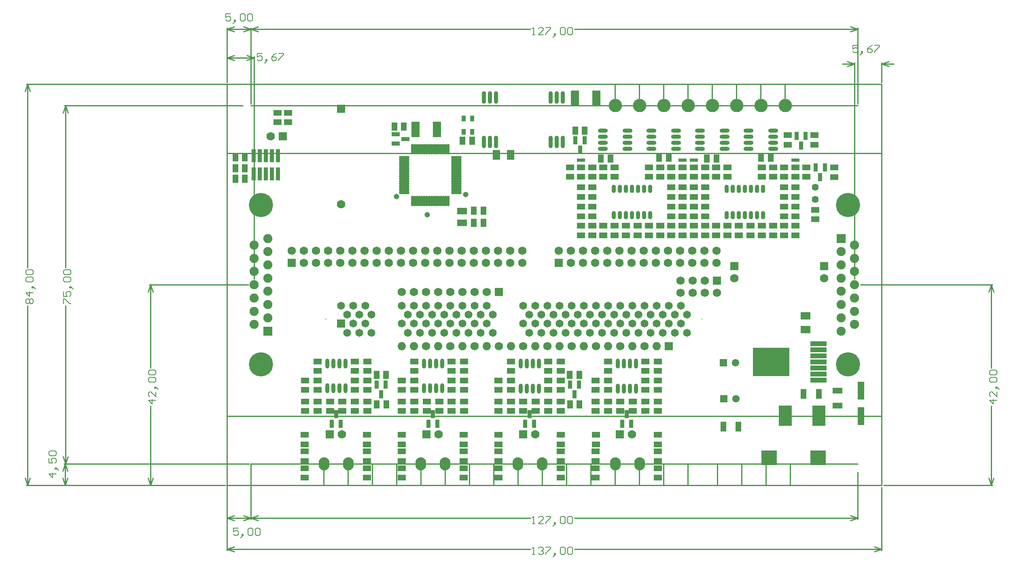
<source format=gts>
%FSLAX44Y44*%
%MOMM*%
G71*
G01*
G75*
G04 Layer_Color=8388736*
%ADD10R,1.4000X1.0000*%
%ADD11R,1.0000X1.4000*%
%ADD12R,0.6350X2.5400*%
%ADD13O,1.9500X0.3000*%
%ADD14O,0.3000X1.9500*%
%ADD15O,0.6000X1.8000*%
%ADD16O,0.6000X1.5000*%
%ADD17R,0.6000X1.3970*%
%ADD18R,1.3970X0.6000*%
%ADD19R,1.9000X1.1000*%
%ADD20O,0.6000X2.4000*%
%ADD21R,1.3000X1.8000*%
%ADD22R,1.5000X3.0000*%
%ADD23R,1.0500X1.8000*%
%ADD24R,1.8000X1.3000*%
%ADD25R,2.5000X4.0000*%
%ADD26R,1.2000X3.5000*%
%ADD27R,1.8000X1.0500*%
%ADD28R,3.0000X2.8000*%
%ADD29O,1.8000X0.6000*%
%ADD30R,7.4000X5.7500*%
%ADD31R,3.2000X0.8000*%
%ADD32R,0.6500X1.0500*%
%ADD33C,0.8890*%
%ADD34R,1.4000X0.5080*%
%ADD35C,0.2540*%
%ADD36C,0.7620*%
%ADD37C,0.5080*%
%ADD38C,0.1524*%
%ADD39C,1.5000*%
%ADD40R,1.5000X1.5000*%
%ADD41C,1.4000*%
%ADD42R,1.4000X1.4000*%
%ADD43R,1.5240X1.5240*%
%ADD44C,1.5240*%
%ADD45R,1.5240X1.5240*%
%ADD46O,2.0000X2.5000*%
%ADD47C,1.2000*%
%ADD48R,1.3000X1.3000*%
%ADD49C,1.3000*%
%ADD50C,4.8000*%
%ADD51C,1.6510*%
%ADD52R,1.6510X1.6510*%
%ADD53C,2.5400*%
%ADD54O,1.5100X1.5000*%
%ADD55C,0.8128*%
%ADD56C,1.3970*%
%ADD57R,3.5000X1.2000*%
%ADD58C,0.2500*%
%ADD59C,0.5000*%
%ADD60C,0.6000*%
%ADD61C,0.2000*%
%ADD62C,0.1500*%
%ADD63R,0.5500X1.6000*%
%ADD64R,1.6000X0.5500*%
%ADD65R,1.6540X1.2540*%
%ADD66R,1.2540X1.6540*%
%ADD67R,0.8890X2.7940*%
%ADD68O,2.2040X0.5540*%
%ADD69O,0.5540X2.2040*%
%ADD70O,0.8540X2.0540*%
%ADD71O,0.8540X1.7540*%
%ADD72R,0.8540X1.6510*%
%ADD73R,1.6510X0.8540*%
%ADD74R,2.1540X1.3540*%
%ADD75O,0.8540X2.6540*%
%ADD76R,1.5540X2.0540*%
%ADD77R,1.7540X3.2540*%
%ADD78R,1.3040X2.0540*%
%ADD79R,2.0540X1.5540*%
%ADD80R,2.7540X4.2540*%
%ADD81R,1.4540X3.7540*%
%ADD82R,2.0540X1.3040*%
%ADD83R,3.2540X3.0540*%
%ADD84O,2.0540X0.8540*%
%ADD85R,7.6540X6.0040*%
%ADD86R,3.4540X1.0540*%
%ADD87R,0.9040X1.3040*%
%ADD88C,1.1430*%
%ADD89R,1.6540X0.7620*%
%ADD90C,1.7540*%
%ADD91R,1.7540X1.7540*%
%ADD92C,0.2540*%
%ADD93C,1.6540*%
%ADD94R,1.6540X1.6540*%
%ADD95R,1.7780X1.7780*%
%ADD96C,1.7780*%
%ADD97R,1.7780X1.7780*%
%ADD98O,2.2540X2.7540*%
%ADD99C,1.4540*%
%ADD100R,1.5540X1.5540*%
%ADD101C,1.5540*%
%ADD102C,5.0540*%
%ADD103C,1.9050*%
%ADD104R,1.9050X1.9050*%
%ADD105C,2.7940*%
%ADD106O,1.7640X1.7540*%
D35*
X1313279Y432065D02*
Y885190D01*
X1370000Y843810D02*
Y885190D01*
Y882650D02*
X1395400D01*
X1287879D02*
X1313279D01*
X1370000D02*
X1385240Y877570D01*
X1370000Y882650D02*
X1385240Y887730D01*
X1298039D02*
X1313279Y882650D01*
X1298039Y877570D02*
X1313279Y882650D01*
X56670Y432065D02*
Y897890D01*
X0Y843810D02*
Y897890D01*
X28335Y895350D02*
X56670D01*
X0D02*
X28335D01*
X41430Y900430D02*
X56670Y895350D01*
X41430Y890270D02*
X56670Y895350D01*
X0D02*
X15240Y890270D01*
X0Y895350D02*
X15240Y900430D01*
X-163195Y0D02*
X-3810D01*
X-163195Y420000D02*
X44605D01*
X-160655Y0D02*
Y166324D01*
Y245548D02*
Y420000D01*
Y0D02*
X-155575Y15240D01*
X-165735D02*
X-160655Y0D01*
X-165735Y404760D02*
X-160655Y420000D01*
X-155575Y404760D01*
X1325344Y420000D02*
X1601470D01*
X1373810Y0D02*
X1601470D01*
X1598930Y245548D02*
Y420000D01*
Y0D02*
Y166324D01*
X1593850Y404760D02*
X1598930Y420000D01*
X1604010Y404760D01*
X1598930Y0D02*
X1604010Y15240D01*
X1593850D02*
X1598930Y0D01*
X50000Y798810D02*
Y957580D01*
X0Y843810D02*
Y957580D01*
X25000Y955040D02*
X50000D01*
X0D02*
X25000D01*
X34760Y960120D02*
X50000Y955040D01*
X34760Y949960D02*
X50000Y955040D01*
X0D02*
X15240Y949960D01*
X0Y955040D02*
X15240Y960120D01*
X1320000Y798810D02*
Y957580D01*
X50000Y798810D02*
Y957580D01*
X726896Y955040D02*
X1320000D01*
X50000D02*
X634975D01*
X1304760Y960120D02*
X1320000Y955040D01*
X1304760Y949960D02*
X1320000Y955040D01*
X50000D02*
X65240Y949960D01*
X50000Y955040D02*
X65240Y960120D01*
X1370000Y-135890D02*
Y-3810D01*
X0Y-135890D02*
Y0D01*
X726896Y-133350D02*
X1370000D01*
X0D02*
X634976D01*
X1354760Y-128270D02*
X1370000Y-133350D01*
X1354760Y-138430D02*
X1370000Y-133350D01*
X0D02*
X15240Y-138430D01*
X0Y-133350D02*
X15240Y-128270D01*
X-341630Y45000D02*
X46190D01*
X-341630Y0D02*
X-3810D01*
X-339090Y22500D02*
Y45000D01*
Y0D02*
Y22500D01*
X-344170Y29760D02*
X-339090Y45000D01*
X-334010Y29760D01*
X-339090Y0D02*
X-334010Y15240D01*
X-344170D02*
X-339090Y0D01*
X50000Y-71120D02*
Y45000D01*
X0Y-71120D02*
Y0D01*
X25000Y-68580D02*
X50000D01*
X0D02*
X25000D01*
X34760Y-63500D02*
X50000Y-68580D01*
X34760Y-73660D02*
X50000Y-68580D01*
X0D02*
X15240Y-73660D01*
X0Y-68580D02*
X15240Y-63500D01*
X-420370Y0D02*
X-3810D01*
X-420370Y840000D02*
X0D01*
X-417830Y0D02*
Y376324D01*
Y455549D02*
Y840000D01*
Y0D02*
X-412750Y15240D01*
X-422910D02*
X-417830Y0D01*
X-422910Y824760D02*
X-417830Y840000D01*
X-412750Y824760D01*
X-340995Y45000D02*
X32460D01*
X-340995Y795000D02*
X32460D01*
X-338455Y45000D02*
Y376324D01*
Y455549D02*
Y795000D01*
Y45000D02*
X-333375Y60240D01*
X-343535D02*
X-338455Y45000D01*
X-343535Y779760D02*
X-338455Y795000D01*
X-333375Y779760D01*
X1320000Y-71120D02*
Y27460D01*
X50000Y-71120D02*
Y27460D01*
X726896Y-68580D02*
X1320000D01*
X50000D02*
X634976D01*
X1304760Y-63500D02*
X1320000Y-68580D01*
X1304760Y-73660D02*
X1320000Y-68580D01*
X50000D02*
X65240Y-73660D01*
X50000Y-68580D02*
X65240Y-63500D01*
X0Y0D02*
Y840000D01*
X1370000D01*
X1127595Y0D02*
Y45000D01*
X1178395Y0D02*
Y45000D01*
X1025995Y0D02*
Y45000D01*
X1076795Y0D02*
Y45000D01*
X0Y145000D02*
X1370000D01*
X964400Y0D02*
Y45000D01*
X913600Y0D02*
Y45000D01*
X761200Y0D02*
Y45000D01*
X812000Y0D02*
Y45000D01*
X862800Y0D02*
Y45000D01*
X710400Y0D02*
Y45000D01*
X659600Y0D02*
Y45000D01*
X354800Y0D02*
Y45000D01*
X304000Y0D02*
Y45000D01*
X202400Y0D02*
Y45000D01*
X253200Y0D02*
Y45000D01*
X507200Y0D02*
Y45000D01*
X405600Y0D02*
Y45000D01*
X608800Y0D02*
Y45000D01*
X558000Y0D02*
Y45000D01*
X50000D02*
X1320000D01*
X0Y0D02*
X1370000D01*
Y840000D01*
X50000Y795000D02*
X1320000D01*
X913600D02*
Y840000D01*
X964400Y795000D02*
Y840000D01*
X1066000Y795000D02*
Y840000D01*
X1015200Y795000D02*
Y840000D01*
X1167600Y795000D02*
Y840000D01*
X1116800Y795000D02*
Y840000D01*
X0Y695000D02*
X1370000D01*
X862800Y795000D02*
Y840000D01*
X812000Y795000D02*
Y840000D01*
X456400Y0D02*
Y45000D01*
D38*
X1319801Y921246D02*
X1309644D01*
Y913629D01*
X1314723Y916168D01*
X1317262D01*
X1319801Y913629D01*
Y908551D01*
X1317262Y906011D01*
X1312184D01*
X1309644Y908551D01*
X1327419Y903472D02*
X1329958Y906011D01*
Y908551D01*
X1327419D01*
Y906011D01*
X1329958D01*
X1327419Y903472D01*
X1324880Y900933D01*
X1350271Y921246D02*
X1345193Y918707D01*
X1340115Y913629D01*
Y908551D01*
X1342654Y906011D01*
X1347732D01*
X1350271Y908551D01*
Y911090D01*
X1347732Y913629D01*
X1340115D01*
X1355350Y921246D02*
X1365506D01*
Y918707D01*
X1355350Y908551D01*
Y906011D01*
X73022Y904235D02*
X62865D01*
Y896618D01*
X67943Y899157D01*
X70483D01*
X73022Y896618D01*
Y891539D01*
X70483Y889000D01*
X65404D01*
X62865Y891539D01*
X80639Y886461D02*
X83178Y889000D01*
Y891539D01*
X80639D01*
Y889000D01*
X83178D01*
X80639Y886461D01*
X78100Y883922D01*
X103492Y904235D02*
X98413Y901696D01*
X93335Y896618D01*
Y891539D01*
X95874Y889000D01*
X100953D01*
X103492Y891539D01*
Y894078D01*
X100953Y896618D01*
X93335D01*
X108570Y904235D02*
X118727D01*
Y901696D01*
X108570Y891539D01*
Y889000D01*
X-148974Y178005D02*
X-164209D01*
X-156592Y170387D01*
Y180544D01*
X-148974Y195779D02*
Y185623D01*
X-159131Y195779D01*
X-161670D01*
X-164209Y193240D01*
Y188162D01*
X-161670Y185623D01*
X-146435Y203397D02*
X-148974Y205936D01*
X-151514D01*
Y203397D01*
X-148974D01*
Y205936D01*
X-146435Y203397D01*
X-143896Y200858D01*
X-161670Y216093D02*
X-164209Y218632D01*
Y223710D01*
X-161670Y226249D01*
X-151514D01*
X-148974Y223710D01*
Y218632D01*
X-151514Y216093D01*
X-161670D01*
Y231328D02*
X-164209Y233867D01*
Y238945D01*
X-161670Y241485D01*
X-151514D01*
X-148974Y238945D01*
Y233867D01*
X-151514Y231328D01*
X-161670D01*
X1610611Y178005D02*
X1595376D01*
X1602993Y170387D01*
Y180544D01*
X1610611Y195779D02*
Y185623D01*
X1600454Y195779D01*
X1597915D01*
X1595376Y193240D01*
Y188162D01*
X1597915Y185623D01*
X1613150Y203397D02*
X1610611Y205936D01*
X1608071D01*
Y203397D01*
X1610611D01*
Y205936D01*
X1613150Y203397D01*
X1615689Y200858D01*
X1597915Y216093D02*
X1595376Y218632D01*
Y223710D01*
X1597915Y226249D01*
X1608071D01*
X1610611Y223710D01*
Y218632D01*
X1608071Y216093D01*
X1597915D01*
Y231328D02*
X1595376Y233867D01*
Y238945D01*
X1597915Y241485D01*
X1608071D01*
X1610611Y238945D01*
Y233867D01*
X1608071Y231328D01*
X1597915D01*
X7617Y987420D02*
X-2540D01*
Y979802D01*
X2538Y982342D01*
X5077D01*
X7617Y979802D01*
Y974724D01*
X5077Y972185D01*
X-1D01*
X-2540Y974724D01*
X15234Y969646D02*
X17773Y972185D01*
Y974724D01*
X15234D01*
Y972185D01*
X17773D01*
X15234Y969646D01*
X12695Y967107D01*
X27930Y984881D02*
X30469Y987420D01*
X35548D01*
X38087Y984881D01*
Y974724D01*
X35548Y972185D01*
X30469D01*
X27930Y974724D01*
Y984881D01*
X43165D02*
X45704Y987420D01*
X50783D01*
X53322Y984881D01*
Y974724D01*
X50783Y972185D01*
X45704D01*
X43165Y974724D01*
Y984881D01*
X639039Y943359D02*
X644118D01*
X641579D01*
Y958594D01*
X639039Y956055D01*
X661892Y943359D02*
X651735D01*
X661892Y953516D01*
Y956055D01*
X659353Y958594D01*
X654275D01*
X651735Y956055D01*
X666970Y958594D02*
X677127D01*
Y956055D01*
X666970Y945899D01*
Y943359D01*
X684745Y940820D02*
X687284Y943359D01*
Y945899D01*
X684745D01*
Y943359D01*
X687284D01*
X684745Y940820D01*
X682206Y938281D01*
X697440Y956055D02*
X699980Y958594D01*
X705058D01*
X707597Y956055D01*
Y945899D01*
X705058Y943359D01*
X699980D01*
X697440Y945899D01*
Y956055D01*
X712676D02*
X715215Y958594D01*
X720293D01*
X722832Y956055D01*
Y945899D01*
X720293Y943359D01*
X715215D01*
X712676Y945899D01*
Y956055D01*
X639039Y-145031D02*
X644118D01*
X641579D01*
Y-129796D01*
X639039Y-132335D01*
X651735D02*
X654275Y-129796D01*
X659353D01*
X661892Y-132335D01*
Y-134874D01*
X659353Y-137413D01*
X656814D01*
X659353D01*
X661892Y-139952D01*
Y-142492D01*
X659353Y-145031D01*
X654275D01*
X651735Y-142492D01*
X666971Y-129796D02*
X677127D01*
Y-132335D01*
X666971Y-142492D01*
Y-145031D01*
X684745Y-147570D02*
X687284Y-145031D01*
Y-142492D01*
X684745D01*
Y-145031D01*
X687284D01*
X684745Y-147570D01*
X682206Y-150109D01*
X697441Y-132335D02*
X699980Y-129796D01*
X705058D01*
X707597Y-132335D01*
Y-142492D01*
X705058Y-145031D01*
X699980D01*
X697441Y-142492D01*
Y-132335D01*
X712676D02*
X715215Y-129796D01*
X720293D01*
X722832Y-132335D01*
Y-142492D01*
X720293Y-145031D01*
X715215D01*
X712676Y-142492D01*
Y-132335D01*
X-357505Y23493D02*
X-372740D01*
X-365122Y15875D01*
Y26032D01*
X-354966Y33649D02*
X-357505Y36188D01*
X-360044D01*
Y33649D01*
X-357505D01*
Y36188D01*
X-354966Y33649D01*
X-352427Y31110D01*
X-372740Y56502D02*
Y46345D01*
X-365122D01*
X-367662Y51424D01*
Y53963D01*
X-365122Y56502D01*
X-360044D01*
X-357505Y53963D01*
Y48884D01*
X-360044Y46345D01*
X-370201Y61580D02*
X-372740Y64119D01*
Y69198D01*
X-370201Y71737D01*
X-360044D01*
X-357505Y69198D01*
Y64119D01*
X-360044Y61580D01*
X-370201D01*
X23492Y-89540D02*
X13335D01*
Y-97157D01*
X18413Y-94618D01*
X20952D01*
X23492Y-97157D01*
Y-102236D01*
X20952Y-104775D01*
X15874D01*
X13335Y-102236D01*
X31109Y-107314D02*
X33648Y-104775D01*
Y-102236D01*
X31109D01*
Y-104775D01*
X33648D01*
X31109Y-107314D01*
X28570Y-109853D01*
X43805Y-92079D02*
X46344Y-89540D01*
X51423D01*
X53962Y-92079D01*
Y-102236D01*
X51423Y-104775D01*
X46344D01*
X43805Y-102236D01*
Y-92079D01*
X59040D02*
X61579Y-89540D01*
X66658D01*
X69197Y-92079D01*
Y-102236D01*
X66658Y-104775D01*
X61579D01*
X59040Y-102236D01*
Y-92079D01*
X-418845Y380387D02*
X-421384Y382927D01*
Y388005D01*
X-418845Y390544D01*
X-416306D01*
X-413767Y388005D01*
X-411228Y390544D01*
X-408689D01*
X-406149Y388005D01*
Y382927D01*
X-408689Y380387D01*
X-411228D01*
X-413767Y382927D01*
X-416306Y380387D01*
X-418845D01*
X-413767Y382927D02*
Y388005D01*
X-406149Y403240D02*
X-421384D01*
X-413767Y395623D01*
Y405779D01*
X-403610Y413397D02*
X-406149Y415936D01*
X-408689D01*
Y413397D01*
X-406149D01*
Y415936D01*
X-403610Y413397D01*
X-401071Y410858D01*
X-418845Y426093D02*
X-421384Y428632D01*
Y433710D01*
X-418845Y436249D01*
X-408689D01*
X-406149Y433710D01*
Y428632D01*
X-408689Y426093D01*
X-418845D01*
Y441328D02*
X-421384Y443867D01*
Y448945D01*
X-418845Y451484D01*
X-408689D01*
X-406149Y448945D01*
Y443867D01*
X-408689Y441328D01*
X-418845D01*
X-342009Y380387D02*
Y390544D01*
X-339470D01*
X-329314Y380387D01*
X-326774D01*
X-342009Y405779D02*
Y395623D01*
X-334392D01*
X-336931Y400701D01*
Y403240D01*
X-334392Y405779D01*
X-329314D01*
X-326774Y403240D01*
Y398162D01*
X-329314Y395623D01*
X-324235Y413397D02*
X-326774Y415936D01*
X-329314D01*
Y413397D01*
X-326774D01*
Y415936D01*
X-324235Y413397D01*
X-321696Y410858D01*
X-339470Y426093D02*
X-342009Y428632D01*
Y433710D01*
X-339470Y436249D01*
X-329314D01*
X-326774Y433710D01*
Y428632D01*
X-329314Y426093D01*
X-339470D01*
Y441328D02*
X-342009Y443867D01*
Y448945D01*
X-339470Y451484D01*
X-329314D01*
X-326774Y448945D01*
Y443867D01*
X-329314Y441328D01*
X-339470D01*
X639039Y-80261D02*
X644118D01*
X641579D01*
Y-65026D01*
X639039Y-67565D01*
X661892Y-80261D02*
X651735D01*
X661892Y-70104D01*
Y-67565D01*
X659353Y-65026D01*
X654275D01*
X651735Y-67565D01*
X666970Y-65026D02*
X677127D01*
Y-67565D01*
X666970Y-77722D01*
Y-80261D01*
X684745Y-82800D02*
X687284Y-80261D01*
Y-77722D01*
X684745D01*
Y-80261D01*
X687284D01*
X684745Y-82800D01*
X682206Y-85339D01*
X697441Y-67565D02*
X699980Y-65026D01*
X705058D01*
X707597Y-67565D01*
Y-77722D01*
X705058Y-80261D01*
X699980D01*
X697441Y-77722D01*
Y-67565D01*
X712676D02*
X715215Y-65026D01*
X720293D01*
X722832Y-67565D01*
Y-77722D01*
X720293Y-80261D01*
X715215D01*
X712676Y-77722D01*
Y-67565D01*
D51*
X1112520Y239395D02*
D03*
X1130300D02*
D03*
X1148080D02*
D03*
X1165860D02*
D03*
X1130300Y258445D02*
D03*
X1148080D02*
D03*
X1165860D02*
D03*
X1130300Y277495D02*
D03*
X1148080D02*
D03*
X1165860D02*
D03*
X1112520D02*
D03*
Y258445D02*
D03*
D65*
X717550Y645955D02*
D03*
Y665955D02*
D03*
X593725Y155735D02*
D03*
Y175735D02*
D03*
X697865Y259555D02*
D03*
Y239555D02*
D03*
X796925Y155735D02*
D03*
Y175735D02*
D03*
X901065Y259555D02*
D03*
Y239555D02*
D03*
Y155735D02*
D03*
Y175735D02*
D03*
X796925Y219550D02*
D03*
Y199550D02*
D03*
X1165860Y543400D02*
D03*
Y523400D02*
D03*
X391795Y175735D02*
D03*
Y155735D02*
D03*
X495935Y175735D02*
D03*
Y155735D02*
D03*
X391795Y199550D02*
D03*
Y219550D02*
D03*
X1118870Y645955D02*
D03*
Y665955D02*
D03*
X189230Y175735D02*
D03*
Y155735D02*
D03*
X293370Y239555D02*
D03*
Y259555D02*
D03*
Y175735D02*
D03*
Y155735D02*
D03*
X189230Y199550D02*
D03*
Y219550D02*
D03*
X1118870Y543400D02*
D03*
Y523400D02*
D03*
X567690Y219550D02*
D03*
Y199550D02*
D03*
Y36035D02*
D03*
Y16035D02*
D03*
Y70960D02*
D03*
Y50960D02*
D03*
Y105885D02*
D03*
Y85885D02*
D03*
Y175735D02*
D03*
Y155735D02*
D03*
X671830Y219550D02*
D03*
Y199550D02*
D03*
Y259555D02*
D03*
Y239555D02*
D03*
X697865Y36035D02*
D03*
Y16035D02*
D03*
Y70960D02*
D03*
Y50960D02*
D03*
X763905Y604045D02*
D03*
Y624045D02*
D03*
Y543400D02*
D03*
Y523400D02*
D03*
X1228725Y733265D02*
D03*
Y713265D02*
D03*
X697865Y199550D02*
D03*
Y219550D02*
D03*
X875030Y219550D02*
D03*
Y199550D02*
D03*
X901065Y219550D02*
D03*
Y199550D02*
D03*
X365760Y175735D02*
D03*
Y155735D02*
D03*
X495935Y219550D02*
D03*
Y199550D02*
D03*
X163195Y175735D02*
D03*
Y155735D02*
D03*
Y219550D02*
D03*
Y199550D02*
D03*
X1142365Y645955D02*
D03*
Y665955D02*
D03*
X901065Y70960D02*
D03*
Y50960D02*
D03*
X771525Y105885D02*
D03*
Y85885D02*
D03*
X645795Y175735D02*
D03*
Y155735D02*
D03*
X619760Y175735D02*
D03*
Y155735D02*
D03*
X365125Y70960D02*
D03*
Y50960D02*
D03*
X1230630Y577055D02*
D03*
Y557055D02*
D03*
X162560Y36035D02*
D03*
Y16035D02*
D03*
X105410Y760255D02*
D03*
Y780255D02*
D03*
X127635Y760255D02*
D03*
Y780255D02*
D03*
X697865Y105885D02*
D03*
Y85885D02*
D03*
X770890Y36035D02*
D03*
Y16035D02*
D03*
Y70960D02*
D03*
Y50960D02*
D03*
X822960Y175735D02*
D03*
Y155735D02*
D03*
X901065Y36035D02*
D03*
Y16035D02*
D03*
Y105885D02*
D03*
Y85885D02*
D03*
X848995Y175735D02*
D03*
Y155735D02*
D03*
X365125Y36035D02*
D03*
Y16035D02*
D03*
Y105885D02*
D03*
Y85885D02*
D03*
X417830Y175735D02*
D03*
Y155735D02*
D03*
X495300Y70960D02*
D03*
Y50960D02*
D03*
Y105885D02*
D03*
Y85885D02*
D03*
X443865Y175735D02*
D03*
Y155735D02*
D03*
X162560Y105885D02*
D03*
Y85885D02*
D03*
X215265Y175735D02*
D03*
Y155735D02*
D03*
X292735Y70960D02*
D03*
Y50960D02*
D03*
Y105885D02*
D03*
Y85885D02*
D03*
X241300Y175735D02*
D03*
Y155735D02*
D03*
X697865Y155735D02*
D03*
Y175735D02*
D03*
X593725Y219550D02*
D03*
Y199550D02*
D03*
X495935Y239555D02*
D03*
Y259555D02*
D03*
X593725Y259555D02*
D03*
Y239555D02*
D03*
X671830Y175735D02*
D03*
Y155735D02*
D03*
X770890Y175735D02*
D03*
Y155735D02*
D03*
X875030Y259555D02*
D03*
Y239555D02*
D03*
X796925Y259555D02*
D03*
Y239555D02*
D03*
X469900Y175735D02*
D03*
Y155735D02*
D03*
Y259555D02*
D03*
Y239555D02*
D03*
Y219550D02*
D03*
Y199550D02*
D03*
X770890Y219550D02*
D03*
Y199550D02*
D03*
X875030Y175735D02*
D03*
Y155735D02*
D03*
X391795Y259555D02*
D03*
Y239555D02*
D03*
X365760Y219550D02*
D03*
Y199550D02*
D03*
X267335Y175735D02*
D03*
Y155735D02*
D03*
X189230Y259555D02*
D03*
Y239555D02*
D03*
X293370Y199550D02*
D03*
Y219550D02*
D03*
X267335Y199550D02*
D03*
Y219550D02*
D03*
X267335Y259555D02*
D03*
Y239555D02*
D03*
X1165860Y604045D02*
D03*
Y624045D02*
D03*
X1000125Y604045D02*
D03*
Y624045D02*
D03*
Y543400D02*
D03*
Y523400D02*
D03*
X1047115Y645955D02*
D03*
Y665955D02*
D03*
X1047115Y523400D02*
D03*
Y543400D02*
D03*
X929640Y604045D02*
D03*
Y624045D02*
D03*
Y543400D02*
D03*
Y523400D02*
D03*
X882650Y645955D02*
D03*
Y665955D02*
D03*
X882650Y523400D02*
D03*
Y543400D02*
D03*
X810895Y523400D02*
D03*
Y543400D02*
D03*
X1189355Y645955D02*
D03*
Y665955D02*
D03*
X1189355Y604045D02*
D03*
Y624045D02*
D03*
Y563405D02*
D03*
Y583405D02*
D03*
X1165860Y583405D02*
D03*
Y563405D02*
D03*
X1165860Y645955D02*
D03*
Y665955D02*
D03*
X1189355Y523400D02*
D03*
Y543400D02*
D03*
X1095375Y543400D02*
D03*
Y523400D02*
D03*
X1142365Y543400D02*
D03*
Y523400D02*
D03*
X976630Y645955D02*
D03*
Y665955D02*
D03*
Y604045D02*
D03*
Y624045D02*
D03*
Y563405D02*
D03*
Y583405D02*
D03*
X1000125Y583405D02*
D03*
Y563405D02*
D03*
X1000125Y645955D02*
D03*
Y665955D02*
D03*
X1023620Y645955D02*
D03*
Y665955D02*
D03*
X976630Y523400D02*
D03*
Y543400D02*
D03*
X1070610Y543400D02*
D03*
Y523400D02*
D03*
X1023620Y543400D02*
D03*
Y523400D02*
D03*
X953135Y645955D02*
D03*
Y665955D02*
D03*
Y604045D02*
D03*
Y624045D02*
D03*
Y563405D02*
D03*
Y583405D02*
D03*
X929640Y583405D02*
D03*
Y563405D02*
D03*
X929640Y645955D02*
D03*
Y665955D02*
D03*
X906145Y645955D02*
D03*
Y665955D02*
D03*
X953135Y523400D02*
D03*
Y543400D02*
D03*
X859155Y543400D02*
D03*
Y523400D02*
D03*
X906145Y543400D02*
D03*
Y523400D02*
D03*
X740410Y563405D02*
D03*
Y583405D02*
D03*
X763905Y583405D02*
D03*
Y563405D02*
D03*
X740410Y523400D02*
D03*
Y543400D02*
D03*
X834390Y543400D02*
D03*
Y523400D02*
D03*
X787400Y543400D02*
D03*
Y523400D02*
D03*
X810895Y665955D02*
D03*
Y645955D02*
D03*
X740410Y604045D02*
D03*
Y624045D02*
D03*
X763905Y645955D02*
D03*
Y665955D02*
D03*
X787400Y645955D02*
D03*
Y665955D02*
D03*
X1173480Y713265D02*
D03*
Y733265D02*
D03*
X162560Y70960D02*
D03*
Y50960D02*
D03*
X292735Y36035D02*
D03*
Y16035D02*
D03*
X495300Y36035D02*
D03*
Y16035D02*
D03*
X1270635Y665320D02*
D03*
Y645320D02*
D03*
X1212215Y645955D02*
D03*
Y665955D02*
D03*
X740410Y645955D02*
D03*
Y665955D02*
D03*
D66*
X728505Y742315D02*
D03*
X748505D02*
D03*
X736915Y231140D02*
D03*
X716915D02*
D03*
X737550Y169545D02*
D03*
X717550D02*
D03*
X333215D02*
D03*
X313215D02*
D03*
X332707Y231140D02*
D03*
X312707D02*
D03*
X350045Y751205D02*
D03*
X370045D02*
D03*
X492920Y721360D02*
D03*
X512920D02*
D03*
X536215Y549395D02*
D03*
X516215D02*
D03*
X516415Y574675D02*
D03*
X536415D02*
D03*
X37305Y687070D02*
D03*
X17305D02*
D03*
X37305Y664210D02*
D03*
X17305D02*
D03*
X37305Y641985D02*
D03*
X17305D02*
D03*
X904400Y685800D02*
D03*
X924400D02*
D03*
X782480Y684530D02*
D03*
X802480D02*
D03*
X1117760Y685800D02*
D03*
X1137760D02*
D03*
X1004095Y684530D02*
D03*
X1024095D02*
D03*
D67*
X93980Y652145D02*
D03*
X81280D02*
D03*
Y690245D02*
D03*
X68580D02*
D03*
Y652145D02*
D03*
X55880Y690245D02*
D03*
Y652145D02*
D03*
X93980Y690245D02*
D03*
X106680D02*
D03*
Y652145D02*
D03*
D68*
X370915Y686995D02*
D03*
Y681995D02*
D03*
Y676995D02*
D03*
Y671995D02*
D03*
Y666995D02*
D03*
Y661995D02*
D03*
Y656995D02*
D03*
Y651995D02*
D03*
Y646995D02*
D03*
Y641995D02*
D03*
Y636995D02*
D03*
Y631995D02*
D03*
Y626995D02*
D03*
Y621995D02*
D03*
Y616995D02*
D03*
Y611995D02*
D03*
X479915D02*
D03*
Y616995D02*
D03*
Y621995D02*
D03*
Y626995D02*
D03*
Y631995D02*
D03*
Y636995D02*
D03*
Y641995D02*
D03*
Y646995D02*
D03*
Y651995D02*
D03*
Y656995D02*
D03*
Y661995D02*
D03*
Y666995D02*
D03*
Y671995D02*
D03*
Y676995D02*
D03*
Y681995D02*
D03*
Y686995D02*
D03*
D69*
X387915Y594995D02*
D03*
X392915D02*
D03*
X397915D02*
D03*
X402915D02*
D03*
X407915D02*
D03*
X412915D02*
D03*
X417915D02*
D03*
X422915D02*
D03*
X427915D02*
D03*
X432915D02*
D03*
X437915D02*
D03*
X442915D02*
D03*
X447915D02*
D03*
X452915D02*
D03*
X457915D02*
D03*
X462915D02*
D03*
Y703995D02*
D03*
X457915D02*
D03*
X452915D02*
D03*
X447915D02*
D03*
X442915D02*
D03*
X437915D02*
D03*
X432915D02*
D03*
X427915D02*
D03*
X422915D02*
D03*
X417915D02*
D03*
X412915D02*
D03*
X407915D02*
D03*
X402915D02*
D03*
X397915D02*
D03*
X392915D02*
D03*
X387915D02*
D03*
D70*
X412115Y203235D02*
D03*
X424815D02*
D03*
X437515D02*
D03*
X450215D02*
D03*
X412115Y255235D02*
D03*
X424815D02*
D03*
X437515D02*
D03*
X450215D02*
D03*
X209550Y203235D02*
D03*
X222250D02*
D03*
X234950D02*
D03*
X247650D02*
D03*
X209550Y255235D02*
D03*
X222250D02*
D03*
X234950D02*
D03*
X247650D02*
D03*
X817245Y202600D02*
D03*
X829945D02*
D03*
X842645D02*
D03*
X855345D02*
D03*
X817245Y254600D02*
D03*
X829945D02*
D03*
X842645D02*
D03*
X855345D02*
D03*
X614045Y202600D02*
D03*
X626745D02*
D03*
X639445D02*
D03*
X652145D02*
D03*
X614045Y254600D02*
D03*
X626745D02*
D03*
X639445D02*
D03*
X652145D02*
D03*
D71*
X808990Y565717D02*
D03*
X821690D02*
D03*
X834390D02*
D03*
X847090D02*
D03*
X859790D02*
D03*
X872490D02*
D03*
X885190D02*
D03*
X808990Y620717D02*
D03*
X821690D02*
D03*
X834390D02*
D03*
X847090D02*
D03*
X859790D02*
D03*
X872490D02*
D03*
X885190D02*
D03*
X1045210Y565717D02*
D03*
X1057910D02*
D03*
X1070610D02*
D03*
X1083310D02*
D03*
X1096010D02*
D03*
X1108710D02*
D03*
X1121410D02*
D03*
X1045210Y620717D02*
D03*
X1057910D02*
D03*
X1070610D02*
D03*
X1083310D02*
D03*
X1096010D02*
D03*
X1108710D02*
D03*
X1121410D02*
D03*
D72*
X322580Y190660D02*
D03*
X313080Y210660D02*
D03*
X332080D02*
D03*
X726915Y190660D02*
D03*
X717415Y210660D02*
D03*
X736415D02*
D03*
X1241400Y645480D02*
D03*
X1231900Y665480D02*
D03*
X1250900D02*
D03*
X1201420Y711360D02*
D03*
X1191920Y731360D02*
D03*
X1210920D02*
D03*
X738505Y702470D02*
D03*
X729005Y722470D02*
D03*
X748005D02*
D03*
X826795Y129065D02*
D03*
X845795D02*
D03*
X836295Y149065D02*
D03*
X219100Y129065D02*
D03*
X238100D02*
D03*
X228600Y149065D02*
D03*
X421030Y129065D02*
D03*
X440030D02*
D03*
X430530Y149065D02*
D03*
X623595Y129065D02*
D03*
X642595D02*
D03*
X633095Y149065D02*
D03*
D73*
X373220Y725170D02*
D03*
X353220Y715670D02*
D03*
Y734670D02*
D03*
D74*
X491290Y574595D02*
D03*
Y549595D02*
D03*
D75*
X702785Y811690D02*
D03*
X690085D02*
D03*
X677385D02*
D03*
X563085D02*
D03*
X550385D02*
D03*
X537685D02*
D03*
X702785Y718980D02*
D03*
X690085D02*
D03*
X677385D02*
D03*
X563085D02*
D03*
X550385D02*
D03*
X537685D02*
D03*
D76*
X592985Y691515D02*
D03*
X563985D02*
D03*
D77*
X773070Y810260D02*
D03*
X728070D02*
D03*
X439060Y745490D02*
D03*
X394060D02*
D03*
D78*
X1069850Y122555D02*
D03*
X1038350D02*
D03*
X1238125Y191135D02*
D03*
X1206625D02*
D03*
D79*
X1210310Y325860D02*
D03*
Y354860D02*
D03*
D80*
X1168325Y145415D02*
D03*
X1238325D02*
D03*
D81*
X1326515Y144950D02*
D03*
X1326515Y197950D02*
D03*
D82*
X1276985Y167130D02*
D03*
Y198630D02*
D03*
D83*
X1134045Y57785D02*
D03*
X1237045D02*
D03*
D84*
X1041365Y704215D02*
D03*
Y716915D02*
D03*
Y729615D02*
D03*
Y742315D02*
D03*
X989365Y704215D02*
D03*
Y716915D02*
D03*
Y729615D02*
D03*
Y742315D02*
D03*
X939765Y704215D02*
D03*
Y716915D02*
D03*
Y729615D02*
D03*
Y742315D02*
D03*
X887765Y704215D02*
D03*
Y716915D02*
D03*
Y729615D02*
D03*
Y742315D02*
D03*
X838165Y704215D02*
D03*
Y716915D02*
D03*
Y729615D02*
D03*
Y742315D02*
D03*
X786165Y704215D02*
D03*
Y716915D02*
D03*
Y729615D02*
D03*
Y742315D02*
D03*
X1143139Y704215D02*
D03*
Y716915D02*
D03*
Y729615D02*
D03*
Y742315D02*
D03*
X1091139Y704215D02*
D03*
Y716915D02*
D03*
Y729615D02*
D03*
Y742315D02*
D03*
D85*
X1138925Y258225D02*
D03*
D86*
X1237925Y296325D02*
D03*
Y283625D02*
D03*
Y270925D02*
D03*
Y258225D02*
D03*
Y245525D02*
D03*
Y232825D02*
D03*
Y220125D02*
D03*
D87*
X512445Y767745D02*
D03*
Y739745D02*
D03*
X494665Y767745D02*
D03*
Y739745D02*
D03*
D88*
X418513Y566418D02*
D03*
X499275Y608735D02*
D03*
X354495Y604925D02*
D03*
D89*
X740410Y680720D02*
D03*
X953135D02*
D03*
X976630D02*
D03*
X1189355D02*
D03*
D90*
X1024255Y490855D02*
D03*
Y465455D02*
D03*
X998855Y490855D02*
D03*
Y465455D02*
D03*
X973455Y490855D02*
D03*
Y465455D02*
D03*
X948055Y490855D02*
D03*
Y465455D02*
D03*
X922655Y490855D02*
D03*
Y465455D02*
D03*
X897255Y490855D02*
D03*
Y465455D02*
D03*
X871855Y490855D02*
D03*
Y465455D02*
D03*
X846455D02*
D03*
X694055Y490855D02*
D03*
X719455Y465455D02*
D03*
Y490855D02*
D03*
X744855Y465455D02*
D03*
Y490855D02*
D03*
X770255Y465455D02*
D03*
Y490855D02*
D03*
X795655Y465455D02*
D03*
Y490855D02*
D03*
X821055Y465455D02*
D03*
Y490855D02*
D03*
X846455D02*
D03*
X365760Y404495D02*
D03*
X391160D02*
D03*
X441960D02*
D03*
X467360D02*
D03*
X492760D02*
D03*
X518160D02*
D03*
X543560D02*
D03*
X416560D02*
D03*
X516255Y490855D02*
D03*
X490855D02*
D03*
Y465455D02*
D03*
X465455Y490855D02*
D03*
Y465455D02*
D03*
X440055Y490855D02*
D03*
Y465455D02*
D03*
X516255D02*
D03*
X541655D02*
D03*
Y490855D02*
D03*
X567055Y465455D02*
D03*
Y490855D02*
D03*
X592455Y465455D02*
D03*
Y490855D02*
D03*
X617855Y465455D02*
D03*
Y490855D02*
D03*
X414655D02*
D03*
Y465455D02*
D03*
X389255Y490855D02*
D03*
Y465455D02*
D03*
X363855Y490855D02*
D03*
Y465455D02*
D03*
X338455Y490855D02*
D03*
Y465455D02*
D03*
X313055Y490855D02*
D03*
Y465455D02*
D03*
X287655D02*
D03*
X135255Y490855D02*
D03*
X160655Y465455D02*
D03*
Y490855D02*
D03*
X186055Y465455D02*
D03*
Y490855D02*
D03*
X211455Y465455D02*
D03*
Y490855D02*
D03*
X236855Y465455D02*
D03*
Y490855D02*
D03*
X262255Y465455D02*
D03*
Y490855D02*
D03*
X287655D02*
D03*
X1024890Y403225D02*
D03*
X999490Y428625D02*
D03*
Y403225D02*
D03*
X974090Y428625D02*
D03*
Y403225D02*
D03*
X948690Y428625D02*
D03*
Y403225D02*
D03*
X619760Y291465D02*
D03*
X568960D02*
D03*
X518160D02*
D03*
X772160D02*
D03*
X721360D02*
D03*
X670560D02*
D03*
X822960D02*
D03*
X873760D02*
D03*
X416560D02*
D03*
X467360D02*
D03*
D91*
X694055Y465455D02*
D03*
X568960Y404495D02*
D03*
X135255Y465455D02*
D03*
X1024890Y428625D02*
D03*
X924560Y291465D02*
D03*
D92*
X993725Y347980D02*
D03*
X206425D02*
D03*
X50000Y45000D02*
D03*
Y795000D02*
D03*
X1320000Y45000D02*
D03*
Y795000D02*
D03*
D93*
X250825Y319480D02*
D03*
Y357480D02*
D03*
X238125Y376480D02*
D03*
X276225Y319480D02*
D03*
X263525Y338480D02*
D03*
X276225Y357480D02*
D03*
X263525Y376480D02*
D03*
X301625Y319480D02*
D03*
X288925Y338480D02*
D03*
X301625Y357480D02*
D03*
X288925Y376480D02*
D03*
X377825Y319480D02*
D03*
X365125Y338480D02*
D03*
X377825Y357480D02*
D03*
X365125Y376480D02*
D03*
X403225Y319480D02*
D03*
X390525Y338480D02*
D03*
X403225Y357480D02*
D03*
X390525Y376480D02*
D03*
X428625Y319480D02*
D03*
X415925Y338480D02*
D03*
X428625Y357480D02*
D03*
X415925Y376480D02*
D03*
X454025Y319480D02*
D03*
X441325Y338480D02*
D03*
X454025Y357480D02*
D03*
X441325Y376480D02*
D03*
X479425Y319480D02*
D03*
X466725Y338480D02*
D03*
X479425Y357480D02*
D03*
X466725Y376480D02*
D03*
X504825Y319480D02*
D03*
X492125Y338480D02*
D03*
X504825Y357480D02*
D03*
X492125Y376480D02*
D03*
X530225Y319480D02*
D03*
X517525Y338480D02*
D03*
X530225Y357480D02*
D03*
X517525Y376480D02*
D03*
X555625Y319480D02*
D03*
X542925Y338480D02*
D03*
X555625Y357480D02*
D03*
X542925Y376480D02*
D03*
X631825Y319480D02*
D03*
X619125Y338480D02*
D03*
X631825Y357480D02*
D03*
X619125Y376480D02*
D03*
X657225Y319480D02*
D03*
X644525Y338480D02*
D03*
X657225Y357480D02*
D03*
X644525Y376480D02*
D03*
X682625Y319480D02*
D03*
X669925Y338480D02*
D03*
X682625Y357480D02*
D03*
X669925Y376480D02*
D03*
X708025Y319480D02*
D03*
X695325Y338480D02*
D03*
X708025Y357480D02*
D03*
X695325Y376480D02*
D03*
X733425Y319480D02*
D03*
X720725Y338480D02*
D03*
X733425Y357480D02*
D03*
X720725Y376480D02*
D03*
X758825Y319480D02*
D03*
X746125Y338480D02*
D03*
X758825Y357480D02*
D03*
X746125Y376480D02*
D03*
X784225Y319480D02*
D03*
X771525Y338480D02*
D03*
X784225Y357480D02*
D03*
X771525Y376480D02*
D03*
X809625Y319480D02*
D03*
X796925Y338480D02*
D03*
X809625Y357480D02*
D03*
X796925Y376480D02*
D03*
X835025Y319480D02*
D03*
X822325Y338480D02*
D03*
X835025Y357480D02*
D03*
X822325Y376480D02*
D03*
X860425Y319480D02*
D03*
X847725Y338480D02*
D03*
X860425Y357480D02*
D03*
X847725Y376480D02*
D03*
X885825Y319480D02*
D03*
X873125Y338480D02*
D03*
X885825Y357480D02*
D03*
X873125Y376480D02*
D03*
X911225Y319480D02*
D03*
X898525Y338480D02*
D03*
X911225Y357480D02*
D03*
X898525Y376480D02*
D03*
X936625Y319480D02*
D03*
X923925Y338480D02*
D03*
X936625Y357480D02*
D03*
X923925Y376480D02*
D03*
X962025Y319480D02*
D03*
X949325Y338480D02*
D03*
X962025Y357480D02*
D03*
X949325Y376480D02*
D03*
D94*
X238125Y338480D02*
D03*
D95*
X238760Y788340D02*
D03*
X1061085Y459105D02*
D03*
X1249680D02*
D03*
D96*
X238760Y588340D02*
D03*
X90805Y730885D02*
D03*
X442595Y106680D02*
D03*
X847090D02*
D03*
X240030D02*
D03*
X645160D02*
D03*
X1061085Y433705D02*
D03*
X1249680D02*
D03*
D97*
X116205Y730885D02*
D03*
X417195Y106680D02*
D03*
X821690D02*
D03*
X214630D02*
D03*
X619760D02*
D03*
D98*
X202565Y45085D02*
D03*
X253365D02*
D03*
X405130D02*
D03*
X455930D02*
D03*
X812165D02*
D03*
X862965D02*
D03*
X608330D02*
D03*
X659130D02*
D03*
D99*
X1230630Y598805D02*
D03*
Y623805D02*
D03*
D100*
X1039695Y181610D02*
D03*
X1039060Y256540D02*
D03*
D101*
X1064695Y181610D02*
D03*
X1064060Y256540D02*
D03*
D102*
X70870Y586600D02*
D03*
Y253400D02*
D03*
X1299079Y586600D02*
D03*
Y253400D02*
D03*
D103*
X85070Y516950D02*
D03*
X56670Y503100D02*
D03*
X85070Y489250D02*
D03*
X56670Y475400D02*
D03*
X85070Y461550D02*
D03*
X56670Y447700D02*
D03*
X85070Y433850D02*
D03*
X56670Y420000D02*
D03*
X85070Y406150D02*
D03*
X56670Y392300D02*
D03*
X85070Y378450D02*
D03*
X56670Y364600D02*
D03*
X85070Y350750D02*
D03*
X56670Y336900D02*
D03*
X1313279Y503100D02*
D03*
X1284879Y489250D02*
D03*
X1313279Y475400D02*
D03*
X1284879Y461550D02*
D03*
X1313279Y447700D02*
D03*
X1284879Y433850D02*
D03*
X1313279Y420000D02*
D03*
X1284879Y406150D02*
D03*
X1313279Y392300D02*
D03*
X1284879Y378450D02*
D03*
X1313279Y364600D02*
D03*
X1284879Y350750D02*
D03*
X1313279Y336900D02*
D03*
X1284879Y323050D02*
D03*
D104*
X85070D02*
D03*
X1284879Y516950D02*
D03*
D105*
X1167765Y795020D02*
D03*
X1066165D02*
D03*
X1015365D02*
D03*
X1116965D02*
D03*
X964565D02*
D03*
X913765D02*
D03*
X812165D02*
D03*
X862965D02*
D03*
D106*
X365760Y291465D02*
D03*
X391160D02*
D03*
X594360D02*
D03*
X543560D02*
D03*
X492760D02*
D03*
X746760D02*
D03*
X695960D02*
D03*
X645160D02*
D03*
X797560D02*
D03*
X848360D02*
D03*
X899160D02*
D03*
X441960D02*
D03*
M02*

</source>
